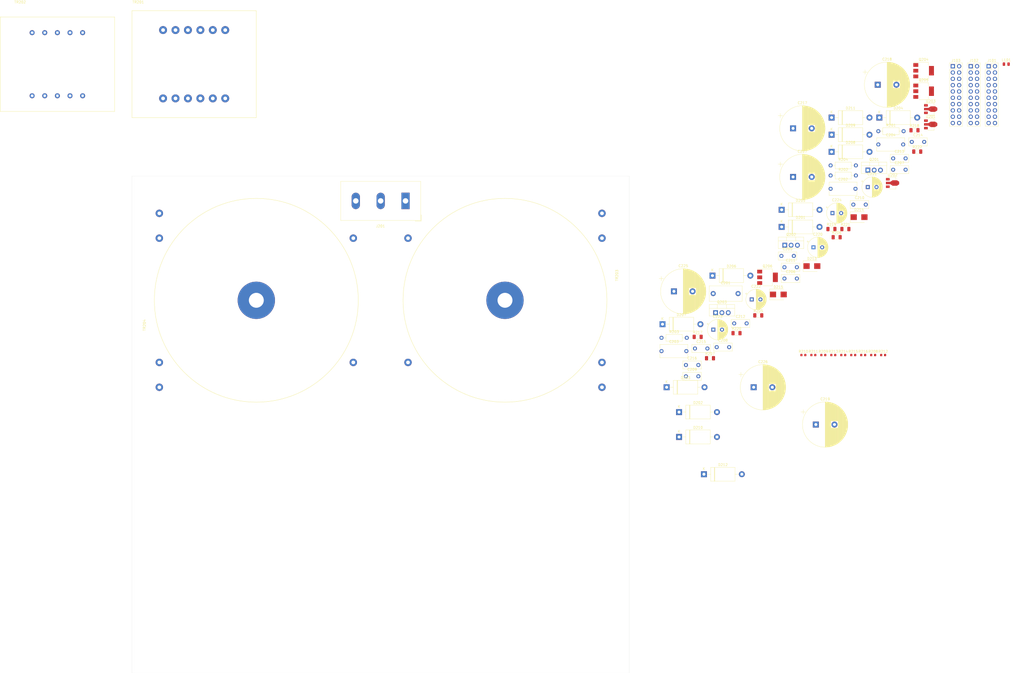
<source format=kicad_pcb>
(kicad_pcb (version 20171130) (host pcbnew "(5.1.4-0-10_14)")
  (layers (0 F.Cu signal) (31 B.Cu signal) (34 B.Paste user) (35 F.Paste user) (36 B.SilkS user) (37 F.SilkS user) (38 B.Mask user) (39 F.Mask user) (44 Edge.Cuts user))
  (net 0 "")
  (net 1 GND)
  (net 2 "Net-(C201-Pad1)")
  (net 3 "Net-(C202-Pad2)")
  (net 4 "Net-(C202-Pad1)")
  (net 5 "Net-(C203-Pad2)")
  (net 6 "Net-(C203-Pad1)")
  (net 7 "Net-(C204-Pad2)")
  (net 8 "Net-(C204-Pad1)")
  (net 9 "Net-(C205-Pad1)")
  (net 10 "Net-(C206-Pad2)")
  (net 11 "Net-(C207-Pad1)")
  (net 12 "Net-(C210-Pad2)")
  (net 13 "Net-(C211-Pad2)")
  (net 14 "Net-(C213-Pad2)")
  (net 15 "Net-(C215-Pad2)")
  (net 16 "Net-(C220-Pad1)")
  (net 17 "Net-(C221-Pad2)")
  (net 18 "Net-(C222-Pad1)")
  (net 19 "Net-(C223-Pad1)")
  (net 20 "Net-(C224-Pad2)")
  (net 21 "/Power Supply/+5V")
  (net 22 "/Power Supply/+15V")
  (net 23 "/Power Supply/-15V")
  (net 24 /SPDIF2)
  (net 25 /+5V)
  (net 26 /SPDIF1)
  (net 27 /DATA2)
  (net 28 /LRCK2)
  (net 29 /BCK2)
  (net 30 "Net-(J101-Pad10)")
  (net 31 /DATA1)
  (net 32 /LRCK1)
  (net 33 /BCK)
  (net 34 /SCK1)
  (net 35 /~DACL_RST~)
  (net 36 /~DACL_CS~)
  (net 37 /SCLK)
  (net 38 /MISO)
  (net 39 /MOSI)
  (net 40 /DACL_BCK)
  (net 41 /DACL_DATA)
  (net 42 /DACL_LRCK)
  (net 43 /DACL_SCK)
  (net 44 /~DACR_RST~)
  (net 45 /~DACR_CS~)
  (net 46 /DACR_BCK)
  (net 47 /DACR_DATA)
  (net 48 /DACR_LRCK)
  (net 49 /DACR_SCK)
  (net 50 "Net-(J201-Pad3)")
  (net 51 "Net-(J201-Pad2)")
  (net 52 "Net-(J201-Pad1)")
  (net 53 "Net-(L101-Pad2)")
  (net 54 "Net-(L101-Pad1)")
  (net 55 "Net-(Q201-Pad1)")
  (net 56 "Net-(Q202-Pad1)")
  (net 57 "Net-(Q203-Pad1)")
  (net 58 "Net-(R205-Pad1)")
  (net 59 "Net-(R208-Pad2)")
  (net 60 "Net-(R210-Pad1)")
  (net 61 "Net-(R212-Pad2)")
  (net 62 "Net-(TR201-Pad11)")
  (net 63 "Net-(TR201-Pad8)")
  (net 64 "Net-(TR201-Pad6)")
  (net 65 "Net-(TR201-Pad1)")
  (net 66 "Net-(TR202-Pad9)")
  (net 67 "Net-(TR202-Pad7)")
  (net 68 "Net-(TR202-Pad5)")
  (net 69 "Net-(TR202-Pad1)")
  (net 70 "Net-(TR204-Pad4)")
  (net 71 "Net-(TR204-Pad3)")
  (module Package_TO_SOT_SMD:SOT-89-3 (layer F.Cu) (at 220.751 -126.945)
    (fp_text reference U203 (at 0.45 -3.2) (layer F.SilkS))
    (fp_text value TL431PK)
    (pad 2 smd trapezoid (at -0.0762 0 90) (size 1.5 1) (rect_delta 0 0.7) (layers F.Cu F.Paste F.Mask) (net 10 "Net-(C206-Pad2)"))
    (pad 2 smd rect (at 1.3335 0 270) (size 2.2 1.84) (layers F.Cu F.Paste F.Mask) (net 10 "Net-(C206-Pad2)"))
    (pad 3 smd rect (at -1.48 1.5 270) (size 1 1.5) (layers F.Cu F.Paste F.Mask) (net 58 "Net-(R205-Pad1)"))
    (pad 2 smd rect (at -1.3335 0 270) (size 1 1.8) (layers F.Cu F.Paste F.Mask) (net 10 "Net-(C206-Pad2)"))
    (pad 1 smd rect (at -1.48 -1.5 270) (size 1 1.5) (layers F.Cu F.Paste F.Mask) (net 61 "Net-(R212-Pad2)"))
    (pad 2 smd trapezoid (at 2.667 0 270) (size 1.6 0.85) (rect_delta 0 0.6) (layers F.Cu F.Paste F.Mask) (net 10 "Net-(C206-Pad2)"))
  )
  (module Package_TO_SOT_SMD:SOT-89-3 (layer F.Cu) (at 205.421 -97.205)
    (fp_text reference U202 (at 0.45 -3.2) (layer F.SilkS))
    (fp_text value TL431PK)
    (pad 2 smd trapezoid (at -0.0762 0 90) (size 1.5 1) (rect_delta 0 0.7) (layers F.Cu F.Paste F.Mask) (net 17 "Net-(C221-Pad2)"))
    (pad 2 smd rect (at 1.3335 0 270) (size 2.2 1.84) (layers F.Cu F.Paste F.Mask) (net 17 "Net-(C221-Pad2)"))
    (pad 3 smd rect (at -1.48 1.5 270) (size 1 1.5) (layers F.Cu F.Paste F.Mask) (net 1 GND))
    (pad 2 smd rect (at -1.3335 0 270) (size 1 1.8) (layers F.Cu F.Paste F.Mask) (net 17 "Net-(C221-Pad2)"))
    (pad 1 smd rect (at -1.48 -1.5 270) (size 1 1.5) (layers F.Cu F.Paste F.Mask) (net 60 "Net-(R210-Pad1)"))
    (pad 2 smd trapezoid (at 2.667 0 270) (size 1.6 0.85) (rect_delta 0 0.6) (layers F.Cu F.Paste F.Mask) (net 17 "Net-(C221-Pad2)"))
  )
  (module Package_TO_SOT_SMD:SOT-89-3 (layer F.Cu) (at 220.751 -120.795)
    (fp_text reference U201 (at 0.45 -3.2) (layer F.SilkS))
    (fp_text value TL431PK)
    (pad 2 smd trapezoid (at -0.0762 0 90) (size 1.5 1) (rect_delta 0 0.7) (layers F.Cu F.Paste F.Mask) (net 1 GND))
    (pad 2 smd rect (at 1.3335 0 270) (size 2.2 1.84) (layers F.Cu F.Paste F.Mask) (net 1 GND))
    (pad 3 smd rect (at -1.48 1.5 270) (size 1 1.5) (layers F.Cu F.Paste F.Mask) (net 16 "Net-(C220-Pad1)"))
    (pad 2 smd rect (at -1.3335 0 270) (size 1 1.8) (layers F.Cu F.Paste F.Mask) (net 1 GND))
    (pad 1 smd rect (at -1.48 -1.5 270) (size 1 1.5) (layers F.Cu F.Paste F.Mask) (net 59 "Net-(R208-Pad2)"))
    (pad 2 smd trapezoid (at 2.667 0 270) (size 1.6 0.85) (rect_delta 0 0.6) (layers F.Cu F.Paste F.Mask) (net 1 GND))
  )
  (module Zmei_Footprints:TRAF_TOROID_50VA (layer F.Cu) (at -50 -50 90)
    (fp_text reference TR204 (at -10 -45 90) (layer F.SilkS))
    (fp_text value "Indel 300020-001 - 8V/2.5A")
    (pad 6 thru_hole circle (at -35 -39 90) (size 3 3) (drill 1.5) (layers *.Cu *.Mask) (net 13 "Net-(C211-Pad2)"))
    (pad 5 thru_hole circle (at -25 -39 90) (size 3 3) (drill 1.5) (layers *.Cu *.Mask) (net 3 "Net-(C202-Pad2)"))
    (pad 4 thru_hole circle (at 35 -39 90) (size 3 3) (drill 1.5) (layers *.Cu *.Mask) (net 70 "Net-(TR204-Pad4)"))
    (pad 3 thru_hole circle (at 25 -39 90) (size 3 3) (drill 1.5) (layers *.Cu *.Mask) (net 71 "Net-(TR204-Pad3)"))
    (pad 2 thru_hole circle (at 25 39 90) (size 3 3) (drill 1.5) (layers *.Cu *.Mask) (net 50 "Net-(J201-Pad3)"))
    (pad 1 thru_hole circle (at -25 39 90) (size 3 3) (drill 1.5) (layers *.Cu *.Mask) (net 52 "Net-(J201-Pad1)"))
    (pad 0 thru_hole circle (at 0 0 90) (size 15 15) (drill 6) (layers *.Cu *.Mask))
  )
  (module Zmei_Footprints:TRAF_TOROID_50VA (layer F.Cu) (at 50 -50 270)
    (fp_text reference TR203 (at -10 -45 90) (layer F.SilkS))
    (fp_text value "Indel 300050-029 - 2x15V/1.67A")
    (pad 6 thru_hole circle (at -35 -39 270) (size 3 3) (drill 1.5) (layers *.Cu *.Mask) (net 14 "Net-(C213-Pad2)"))
    (pad 5 thru_hole circle (at -25 -39 270) (size 3 3) (drill 1.5) (layers *.Cu *.Mask) (net 5 "Net-(C203-Pad2)"))
    (pad 4 thru_hole circle (at 35 -39 270) (size 3 3) (drill 1.5) (layers *.Cu *.Mask) (net 15 "Net-(C215-Pad2)"))
    (pad 3 thru_hole circle (at 25 -39 270) (size 3 3) (drill 1.5) (layers *.Cu *.Mask) (net 7 "Net-(C204-Pad2)"))
    (pad 2 thru_hole circle (at 25 39 270) (size 3 3) (drill 1.5) (layers *.Cu *.Mask) (net 50 "Net-(J201-Pad3)"))
    (pad 1 thru_hole circle (at -25 39 270) (size 3 3) (drill 1.5) (layers *.Cu *.Mask) (net 52 "Net-(J201-Pad1)"))
    (pad 0 thru_hole circle (at 0 0 270) (size 15 15) (drill 6) (layers *.Cu *.Mask))
  )
  (module Zmei_Footprints:TRAF_ANG6VA (layer F.Cu) (at -130 -145)
    (fp_text reference TR202 (at -15 -25) (layer F.SilkS))
    (fp_text value ANG_6VA)
    (pad 10 thru_hole circle (at -10.16 12.7) (size 2 2) (drill 1) (layers *.Cu *.Mask))
    (pad 9 thru_hole circle (at -5.08 12.7) (size 2 2) (drill 1) (layers *.Cu *.Mask) (net 66 "Net-(TR202-Pad9)"))
    (pad 8 thru_hole circle (at 0 12.7) (size 2 2) (drill 1) (layers *.Cu *.Mask))
    (pad 7 thru_hole circle (at 5.08 12.7) (size 2 2) (drill 1) (layers *.Cu *.Mask) (net 67 "Net-(TR202-Pad7)"))
    (pad 6 thru_hole circle (at 10.16 12.7) (size 2 2) (drill 1) (layers *.Cu *.Mask))
    (pad 5 thru_hole circle (at 10.16 -12.7) (size 2 2) (drill 1) (layers *.Cu *.Mask) (net 68 "Net-(TR202-Pad5)"))
    (pad 4 thru_hole circle (at 5.08 -12.7) (size 2 2) (drill 1) (layers *.Cu *.Mask))
    (pad 3 thru_hole circle (at 0 -12.7) (size 2 2) (drill 1) (layers *.Cu *.Mask))
    (pad 2 thru_hole circle (at -5.08 -12.7) (size 2 2) (drill 1) (layers *.Cu *.Mask))
    (pad 1 thru_hole circle (at -10.16 -12.7) (size 2 2) (drill 1) (layers *.Cu *.Mask) (net 69 "Net-(TR202-Pad1)"))
  )
  (module Zmei_Footprints:TRAF_BULTRAF10VA (layer F.Cu) (at -75 -145)
    (fp_text reference TR201 (at -22.5 -25) (layer F.SilkS))
    (fp_text value TRAF_BULTRAF10VA_SINGLE)
    (pad 12 thru_hole circle (at 12.5 13.75) (size 3.2 3.2) (drill 1.5) (layers *.Cu *.Mask))
    (pad 11 thru_hole circle (at 7.5 13.75) (size 3.2 3.2) (drill 1.5) (layers *.Cu *.Mask) (net 62 "Net-(TR201-Pad11)"))
    (pad 10 thru_hole circle (at 2.5 13.75) (size 3.2 3.2) (drill 1.5) (layers *.Cu *.Mask))
    (pad 9 thru_hole circle (at -2.5 13.75) (size 3.2 3.2) (drill 1.5) (layers *.Cu *.Mask))
    (pad 8 thru_hole circle (at -7.5 13.75) (size 3.2 3.2) (drill 1.5) (layers *.Cu *.Mask) (net 63 "Net-(TR201-Pad8)"))
    (pad 7 thru_hole circle (at -12.5 13.75) (size 3.2 3.2) (drill 1.5) (layers *.Cu *.Mask))
    (pad 6 thru_hole circle (at -12.5 -13.75) (size 3.2 3.2) (drill 1.5) (layers *.Cu *.Mask) (net 64 "Net-(TR201-Pad6)"))
    (pad 5 thru_hole circle (at -7.5 -13.75) (size 3.2 3.2) (drill 1.5) (layers *.Cu *.Mask))
    (pad 4 thru_hole circle (at -2.5 -13.75) (size 3.2 3.2) (drill 1.5) (layers *.Cu *.Mask))
    (pad 3 thru_hole circle (at 2.5 -13.75) (size 3.2 3.2) (drill 1.5) (layers *.Cu *.Mask))
    (pad 2 thru_hole circle (at 7.5 -13.75) (size 3.2 3.2) (drill 1.5) (layers *.Cu *.Mask))
    (pad 1 thru_hole circle (at 12.5 -13.75) (size 3.2 3.2) (drill 1.5) (layers *.Cu *.Mask) (net 65 "Net-(TR201-Pad1)"))
  )
  (module Resistor_SMD:R_1206_3216Metric (layer F.Cu) (at 215.781 -109.835)
    (fp_text reference R222 (at 0 -1.82) (layer F.SilkS))
    (fp_text value 10k)
    (pad 2 smd roundrect (at 1.4 0) (size 1.25 1.75) (layers F.Cu F.Paste F.Mask) (roundrect_rratio 0.2) (net 20 "Net-(C224-Pad2)"))
    (pad 1 smd roundrect (at -1.4 0) (size 1.25 1.75) (layers F.Cu F.Paste F.Mask) (roundrect_rratio 0.2) (net 1 GND))
  )
  (module Resistor_SMD:R_1206_3216Metric (layer F.Cu) (at 186.881 -78.675)
    (fp_text reference R221 (at 0 -1.82) (layer F.SilkS))
    (fp_text value 10k)
    (pad 2 smd roundrect (at 1.4 0) (size 1.25 1.75) (layers F.Cu F.Paste F.Mask) (roundrect_rratio 0.2) (net 19 "Net-(C223-Pad1)"))
    (pad 1 smd roundrect (at -1.4 0) (size 1.25 1.75) (layers F.Cu F.Paste F.Mask) (roundrect_rratio 0.2) (net 1 GND))
  )
  (module Resistor_SMD:R_1206_3216Metric (layer F.Cu) (at 143.101 -36.775)
    (fp_text reference R220 (at 0 -1.82) (layer F.SilkS))
    (fp_text value 3.3k)
    (pad 2 smd roundrect (at 1.4 0) (size 1.25 1.75) (layers F.Cu F.Paste F.Mask) (roundrect_rratio 0.2) (net 18 "Net-(C222-Pad1)"))
    (pad 1 smd roundrect (at -1.4 0) (size 1.25 1.75) (layers F.Cu F.Paste F.Mask) (roundrect_rratio 0.2) (net 10 "Net-(C206-Pad2)"))
  )
  (module Resistor_SMD:R_1206_3216Metric (layer F.Cu) (at 181.271 -78.675)
    (fp_text reference R219 (at 0 -1.82) (layer F.SilkS))
    (fp_text value 1k)
    (pad 2 smd roundrect (at 1.4 0) (size 1.25 1.75) (layers F.Cu F.Paste F.Mask) (roundrect_rratio 0.2) (net 17 "Net-(C221-Pad2)"))
    (pad 1 smd roundrect (at -1.4 0) (size 1.25 1.75) (layers F.Cu F.Paste F.Mask) (roundrect_rratio 0.2) (net 20 "Net-(C224-Pad2)"))
  )
  (module Resistor_SMD:R_1206_3216Metric (layer F.Cu) (at 214.671 -118.435)
    (fp_text reference R218 (at 0 -1.82) (layer F.SilkS))
    (fp_text value 1k)
    (pad 2 smd roundrect (at 1.4 0) (size 1.25 1.75) (layers F.Cu F.Paste F.Mask) (roundrect_rratio 0.2) (net 16 "Net-(C220-Pad1)"))
    (pad 1 smd roundrect (at -1.4 0) (size 1.25 1.75) (layers F.Cu F.Paste F.Mask) (roundrect_rratio 0.2) (net 19 "Net-(C223-Pad1)"))
  )
  (module Resistor_SMD:R_1206_3216Metric (layer F.Cu) (at 127.481 -35.285)
    (fp_text reference R217 (at 0 -1.82) (layer F.SilkS))
    (fp_text value 330)
    (pad 2 smd roundrect (at 1.4 0) (size 1.25 1.75) (layers F.Cu F.Paste F.Mask) (roundrect_rratio 0.2) (net 58 "Net-(R205-Pad1)"))
    (pad 1 smd roundrect (at -1.4 0) (size 1.25 1.75) (layers F.Cu F.Paste F.Mask) (roundrect_rratio 0.2) (net 18 "Net-(C222-Pad1)"))
  )
  (module Resistor_SMD:R_0603_1608Metric (layer F.Cu) (at 194.041 -27.965)
    (fp_text reference R216 (at 0 -1.43) (layer F.SilkS))
    (fp_text value 1k)
    (pad 2 smd roundrect (at 0.7875 0) (size 0.875 0.95) (layers F.Cu F.Paste F.Mask) (net 12 "Net-(C210-Pad2)"))
    (pad 1 smd roundrect (at -0.7875 0) (size 0.875 0.95) (layers F.Cu F.Paste F.Mask) (net 57 "Net-(Q203-Pad1)"))
  )
  (module Resistor_SMD:R_0603_1608Metric (layer F.Cu) (at 190.031 -27.965)
    (fp_text reference R215 (at 0 -1.43) (layer F.SilkS))
    (fp_text value 1k)
    (pad 2 smd roundrect (at 0.7875 0) (size 0.875 0.95) (layers F.Cu F.Paste F.Mask) (net 11 "Net-(C207-Pad1)"))
    (pad 1 smd roundrect (at -0.7875 0) (size 0.875 0.95) (layers F.Cu F.Paste F.Mask) (net 56 "Net-(Q202-Pad1)"))
  )
  (module Resistor_SMD:R_0603_1608Metric (layer F.Cu) (at 186.021 -27.965)
    (fp_text reference R214 (at 0 -1.43) (layer F.SilkS))
    (fp_text value 1k)
    (pad 2 smd roundrect (at 0.7875 0) (size 0.875 0.95) (layers F.Cu F.Paste F.Mask) (net 9 "Net-(C205-Pad1)"))
    (pad 1 smd roundrect (at -0.7875 0) (size 0.875 0.95) (layers F.Cu F.Paste F.Mask) (net 55 "Net-(Q201-Pad1)"))
  )
  (module Resistor_SMD:R_0603_1608Metric (layer F.Cu) (at 182.011 -27.965)
    (fp_text reference R213 (at 0 -1.43) (layer F.SilkS))
    (fp_text value 1k/1%)
    (pad 2 smd roundrect (at 0.7875 0) (size 0.875 0.95) (layers F.Cu F.Paste F.Mask) (net 10 "Net-(C206-Pad2)"))
    (pad 1 smd roundrect (at -0.7875 0) (size 0.875 0.95) (layers F.Cu F.Paste F.Mask) (net 61 "Net-(R212-Pad2)"))
  )
  (module Resistor_SMD:R_0603_1608Metric (layer F.Cu) (at 202.061 -27.965)
    (fp_text reference R212 (at 0 -1.43) (layer F.SilkS))
    (fp_text value 1.3k/1%)
    (pad 2 smd roundrect (at 0.7875 0) (size 0.875 0.95) (layers F.Cu F.Paste F.Mask) (net 61 "Net-(R212-Pad2)"))
    (pad 1 smd roundrect (at -0.7875 0) (size 0.875 0.95) (layers F.Cu F.Paste F.Mask) (net 58 "Net-(R205-Pad1)"))
  )
  (module Resistor_SMD:R_0603_1608Metric (layer F.Cu) (at 173.991 -27.965)
    (fp_text reference R211 (at 0 -1.43) (layer F.SilkS))
    (fp_text value 820/1%)
    (pad 2 smd roundrect (at 0.7875 0) (size 0.875 0.95) (layers F.Cu F.Paste F.Mask) (net 60 "Net-(R210-Pad1)"))
    (pad 1 smd roundrect (at -0.7875 0) (size 0.875 0.95) (layers F.Cu F.Paste F.Mask) (net 17 "Net-(C221-Pad2)"))
  )
  (module Resistor_SMD:R_0603_1608Metric (layer F.Cu) (at 169.981 -27.965)
    (fp_text reference R210 (at 0 -1.43) (layer F.SilkS))
    (fp_text value 4.3k/1%)
    (pad 2 smd roundrect (at 0.7875 0) (size 0.875 0.95) (layers F.Cu F.Paste F.Mask) (net 1 GND))
    (pad 1 smd roundrect (at -0.7875 0) (size 0.875 0.95) (layers F.Cu F.Paste F.Mask) (net 60 "Net-(R210-Pad1)"))
  )
  (module Resistor_SMD:R_0603_1608Metric (layer F.Cu) (at 178.001 -27.965)
    (fp_text reference R209 (at 0 -1.43) (layer F.SilkS))
    (fp_text value 820/1%)
    (pad 2 smd roundrect (at 0.7875 0) (size 0.875 0.95) (layers F.Cu F.Paste F.Mask) (net 1 GND))
    (pad 1 smd roundrect (at -0.7875 0) (size 0.875 0.95) (layers F.Cu F.Paste F.Mask) (net 59 "Net-(R208-Pad2)"))
  )
  (module Resistor_SMD:R_0603_1608Metric (layer F.Cu) (at 198.051 -27.965)
    (fp_text reference R208 (at 0 -1.43) (layer F.SilkS))
    (fp_text value 4.3k/1%)
    (pad 2 smd roundrect (at 0.7875 0) (size 0.875 0.95) (layers F.Cu F.Paste F.Mask) (net 59 "Net-(R208-Pad2)"))
    (pad 1 smd roundrect (at -0.7875 0) (size 0.875 0.95) (layers F.Cu F.Paste F.Mask) (net 16 "Net-(C220-Pad1)"))
  )
  (module Resistor_SMD:R_1206_3216Metric (layer F.Cu) (at 132.441 -26.685)
    (fp_text reference R207 (at 0 -1.82) (layer F.SilkS))
    (fp_text value 1k)
    (pad 2 smd roundrect (at 1.4 0) (size 1.25 1.75) (layers F.Cu F.Paste F.Mask) (roundrect_rratio 0.2) (net 12 "Net-(C210-Pad2)"))
    (pad 1 smd roundrect (at -1.4 0) (size 1.25 1.75) (layers F.Cu F.Paste F.Mask) (roundrect_rratio 0.2) (net 17 "Net-(C221-Pad2)"))
  )
  (module Resistor_SMD:R_1206_3216Metric (layer F.Cu) (at 183.371 -75.385)
    (fp_text reference R206 (at 0 -1.82) (layer F.SilkS))
    (fp_text value 1k)
    (pad 2 smd roundrect (at 1.4 0) (size 1.25 1.75) (layers F.Cu F.Paste F.Mask) (roundrect_rratio 0.2) (net 11 "Net-(C207-Pad1)"))
    (pad 1 smd roundrect (at -1.4 0) (size 1.25 1.75) (layers F.Cu F.Paste F.Mask) (roundrect_rratio 0.2) (net 16 "Net-(C220-Pad1)"))
  )
  (module Resistor_SMD:R_1206_3216Metric (layer F.Cu) (at 151.851 -43.925)
    (fp_text reference R205 (at 0 -1.82) (layer F.SilkS))
    (fp_text value 330)
    (pad 2 smd roundrect (at 1.4 0) (size 1.25 1.75) (layers F.Cu F.Paste F.Mask) (roundrect_rratio 0.2) (net 9 "Net-(C205-Pad1)"))
    (pad 1 smd roundrect (at -1.4 0) (size 1.25 1.75) (layers F.Cu F.Paste F.Mask) (roundrect_rratio 0.2) (net 58 "Net-(R205-Pad1)"))
  )
  (module Resistor_THT:R_Axial_DIN0207_L6.3mm_D2.5mm_P10.16mm_Horizontal (layer F.Cu) (at 180.941 -104.275)
    (fp_text reference R204 (at 5.08 -2.37) (layer F.SilkS))
    (fp_text value R)
    (pad 2 thru_hole oval (at 10.16 0) (size 1.6 1.6) (drill 0.8) (layers *.Cu *.Mask) (net 8 "Net-(C204-Pad1)"))
    (pad 1 thru_hole circle (at 0 0) (size 1.6 1.6) (drill 0.8) (layers *.Cu *.Mask) (net 15 "Net-(C215-Pad2)"))
  )
  (module Resistor_THT:R_Axial_DIN0207_L6.3mm_D2.5mm_P10.16mm_Horizontal (layer F.Cu) (at 112.941 -34.905)
    (fp_text reference R203 (at 5.08 -2.37) (layer F.SilkS))
    (fp_text value R)
    (pad 2 thru_hole oval (at 10.16 0) (size 1.6 1.6) (drill 0.8) (layers *.Cu *.Mask) (net 6 "Net-(C203-Pad1)"))
    (pad 1 thru_hole circle (at 0 0) (size 1.6 1.6) (drill 0.8) (layers *.Cu *.Mask) (net 14 "Net-(C213-Pad2)"))
  )
  (module Resistor_THT:R_Axial_DIN0207_L6.3mm_D2.5mm_P10.16mm_Horizontal (layer F.Cu) (at 180.941 -100.225)
    (fp_text reference R202 (at 5.08 -2.37) (layer F.SilkS))
    (fp_text value R)
    (pad 2 thru_hole oval (at 10.16 0) (size 1.6 1.6) (drill 0.8) (layers *.Cu *.Mask) (net 4 "Net-(C202-Pad1)"))
    (pad 1 thru_hole circle (at 0 0) (size 1.6 1.6) (drill 0.8) (layers *.Cu *.Mask) (net 13 "Net-(C211-Pad2)"))
  )
  (module Resistor_THT:R_Axial_DIN0207_L6.3mm_D2.5mm_P10.16mm_Horizontal (layer F.Cu) (at 200.131 -118.055)
    (fp_text reference R201 (at 5.08 -2.37) (layer F.SilkS))
    (fp_text value R)
    (pad 2 thru_hole oval (at 10.16 0) (size 1.6 1.6) (drill 0.8) (layers *.Cu *.Mask) (net 2 "Net-(C201-Pad1)"))
    (pad 1 thru_hole circle (at 0 0) (size 1.6 1.6) (drill 0.8) (layers *.Cu *.Mask) (net 51 "Net-(J201-Pad2)"))
  )
  (module Package_TO_SOT_SMD:SOT-223 (layer F.Cu) (at 155.571 -59.245)
    (fp_text reference Q206 (at 0 -4.5) (layer F.SilkS))
    (fp_text value BCP53)
    (pad 1 smd rect (at -3.15 -2.3) (size 2 1.5) (layers F.Cu F.Paste F.Mask) (net 20 "Net-(C224-Pad2)"))
    (pad 3 smd rect (at -3.15 2.3) (size 2 1.5) (layers F.Cu F.Paste F.Mask) (net 23 "/Power Supply/-15V"))
    (pad 2 smd rect (at -3.15 0) (size 2 1.5) (layers F.Cu F.Paste F.Mask) (net 57 "Net-(Q203-Pad1)"))
    (pad 4 smd rect (at 3.15 0) (size 2 3.8) (layers F.Cu F.Paste F.Mask) (net 57 "Net-(Q203-Pad1)"))
  )
  (module Package_TO_SOT_SMD:SOT-223 (layer F.Cu) (at 218.341 -134.145)
    (fp_text reference Q205 (at 0 -4.5) (layer F.SilkS))
    (fp_text value BCP56)
    (pad 1 smd rect (at -3.15 -2.3) (size 2 1.5) (layers F.Cu F.Paste F.Mask) (net 19 "Net-(C223-Pad1)"))
    (pad 3 smd rect (at -3.15 2.3) (size 2 1.5) (layers F.Cu F.Paste F.Mask) (net 22 "/Power Supply/+15V"))
    (pad 2 smd rect (at -3.15 0) (size 2 1.5) (layers F.Cu F.Paste F.Mask) (net 56 "Net-(Q202-Pad1)"))
    (pad 4 smd rect (at 3.15 0) (size 2 3.8) (layers F.Cu F.Paste F.Mask) (net 56 "Net-(Q202-Pad1)"))
  )
  (module Package_TO_SOT_SMD:SOT-223 (layer F.Cu) (at 218.341 -142.395)
    (fp_text reference Q204 (at 0 -4.5) (layer F.SilkS))
    (fp_text value BCP56)
    (pad 1 smd rect (at -3.15 -2.3) (size 2 1.5) (layers F.Cu F.Paste F.Mask) (net 18 "Net-(C222-Pad1)"))
    (pad 3 smd rect (at -3.15 2.3) (size 2 1.5) (layers F.Cu F.Paste F.Mask) (net 21 "/Power Supply/+5V"))
    (pad 2 smd rect (at -3.15 0) (size 2 1.5) (layers F.Cu F.Paste F.Mask) (net 55 "Net-(Q201-Pad1)"))
    (pad 4 smd rect (at 3.15 0) (size 2 3.8) (layers F.Cu F.Paste F.Mask) (net 55 "Net-(Q201-Pad1)"))
  )
  (module Package_TO_SOT_THT:TO-220-3_Vertical (layer F.Cu) (at 134.691 -45.005)
    (fp_text reference Q203 (at 2.54 -4.27) (layer F.SilkS))
    (fp_text value TIP41C)
    (pad 3 thru_hole oval (at 5.08 0) (size 1.905 2) (drill 1.1) (layers *.Cu *.Mask) (net 12 "Net-(C210-Pad2)"))
    (pad 2 thru_hole oval (at 2.54 0) (size 1.905 2) (drill 1.1) (layers *.Cu *.Mask) (net 23 "/Power Supply/-15V"))
    (pad 1 thru_hole rect (at 0 0) (size 1.905 2) (drill 1.1) (layers *.Cu *.Mask) (net 57 "Net-(Q203-Pad1)"))
  )
  (module Package_TO_SOT_THT:TO-220-3_Vertical (layer F.Cu) (at 162.511 -72.165)
    (fp_text reference Q202 (at 2.54 -4.27) (layer F.SilkS))
    (fp_text value TIP42C)
    (pad 3 thru_hole oval (at 5.08 0) (size 1.905 2) (drill 1.1) (layers *.Cu *.Mask) (net 11 "Net-(C207-Pad1)"))
    (pad 2 thru_hole oval (at 2.54 0) (size 1.905 2) (drill 1.1) (layers *.Cu *.Mask) (net 22 "/Power Supply/+15V"))
    (pad 1 thru_hole rect (at 0 0) (size 1.905 2) (drill 1.1) (layers *.Cu *.Mask) (net 56 "Net-(Q202-Pad1)"))
  )
  (module Package_TO_SOT_THT:TO-220-3_Vertical (layer F.Cu) (at 195.911 -102.375)
    (fp_text reference Q201 (at 2.54 -4.27) (layer F.SilkS))
    (fp_text value TIP42C)
    (pad 3 thru_hole oval (at 5.08 0) (size 1.905 2) (drill 1.1) (layers *.Cu *.Mask) (net 9 "Net-(C205-Pad1)"))
    (pad 2 thru_hole oval (at 2.54 0) (size 1.905 2) (drill 1.1) (layers *.Cu *.Mask) (net 21 "/Power Supply/+5V"))
    (pad 1 thru_hole rect (at 0 0) (size 1.905 2) (drill 1.1) (layers *.Cu *.Mask) (net 55 "Net-(Q201-Pad1)"))
  )
  (module Inductor_SMD:L_0805_2012Metric (layer F.Cu) (at 251.571 -145.045)
    (fp_text reference L101 (at 0 -1.65) (layer F.SilkS))
    (fp_text value "100 Ohm@100MHz")
    (pad 2 smd roundrect (at 0.9375 0) (size 0.975 1.4) (layers F.Cu F.Paste F.Mask) (net 53 "Net-(L101-Pad2)"))
    (pad 1 smd roundrect (at -0.9375 0) (size 0.975 1.4) (layers F.Cu F.Paste F.Mask) (net 54 "Net-(L101-Pad1)"))
  )
  (module TerminalBlock_Dinkle:TerminalBlock_Dinkle_DT-55-B01X-03_P10.00mm (layer F.Cu) (at 10 -90 180)
    (fp_text reference J201 (at 10.08 -10.16) (layer F.SilkS))
    (fp_text value Conn_01x03)
    (pad 3 thru_hole oval (at 20 0 180) (size 3.3 6.6) (drill 2.2) (layers *.Cu *.Mask) (net 50 "Net-(J201-Pad3)"))
    (pad 2 thru_hole oval (at 10 0 180) (size 3.3 6.6) (drill 2.2) (layers *.Cu *.Mask) (net 51 "Net-(J201-Pad2)"))
    (pad 1 thru_hole rect (at 0 0 180) (size 3.3 6.6) (drill 2.2) (layers *.Cu *.Mask) (net 52 "Net-(J201-Pad1)"))
  )
  (module Connector_PinHeader_2.54mm:PinHeader_2x10_P2.54mm_Vertical (layer F.Cu) (at 230.091 -144.195)
    (fp_text reference J103 (at 1.27 -2.33) (layer F.SilkS))
    (fp_text value HN2x10)
    (pad 20 thru_hole oval (at 2.54 22.86) (size 1.7 1.7) (drill 1) (layers *.Cu *.Mask) (net 44 /~DACR_RST~))
    (pad 19 thru_hole oval (at 0 22.86) (size 1.7 1.7) (drill 1) (layers *.Cu *.Mask) (net 1 GND))
    (pad 18 thru_hole oval (at 2.54 20.32) (size 1.7 1.7) (drill 1) (layers *.Cu *.Mask) (net 45 /~DACR_CS~))
    (pad 17 thru_hole oval (at 0 20.32) (size 1.7 1.7) (drill 1) (layers *.Cu *.Mask) (net 1 GND))
    (pad 16 thru_hole oval (at 2.54 17.78) (size 1.7 1.7) (drill 1) (layers *.Cu *.Mask) (net 37 /SCLK))
    (pad 15 thru_hole oval (at 0 17.78) (size 1.7 1.7) (drill 1) (layers *.Cu *.Mask) (net 1 GND))
    (pad 14 thru_hole oval (at 2.54 15.24) (size 1.7 1.7) (drill 1) (layers *.Cu *.Mask) (net 38 /MISO))
    (pad 13 thru_hole oval (at 0 15.24) (size 1.7 1.7) (drill 1) (layers *.Cu *.Mask) (net 1 GND))
    (pad 12 thru_hole oval (at 2.54 12.7) (size 1.7 1.7) (drill 1) (layers *.Cu *.Mask) (net 39 /MOSI))
    (pad 11 thru_hole oval (at 0 12.7) (size 1.7 1.7) (drill 1) (layers *.Cu *.Mask) (net 1 GND))
    (pad 10 thru_hole oval (at 2.54 10.16) (size 1.7 1.7) (drill 1) (layers *.Cu *.Mask) (net 46 /DACR_BCK))
    (pad 9 thru_hole oval (at 0 10.16) (size 1.7 1.7) (drill 1) (layers *.Cu *.Mask) (net 1 GND))
    (pad 8 thru_hole oval (at 2.54 7.62) (size 1.7 1.7) (drill 1) (layers *.Cu *.Mask) (net 47 /DACR_DATA))
    (pad 7 thru_hole oval (at 0 7.62) (size 1.7 1.7) (drill 1) (layers *.Cu *.Mask) (net 1 GND))
    (pad 6 thru_hole oval (at 2.54 5.08) (size 1.7 1.7) (drill 1) (layers *.Cu *.Mask) (net 48 /DACR_LRCK))
    (pad 5 thru_hole oval (at 0 5.08) (size 1.7 1.7) (drill 1) (layers *.Cu *.Mask) (net 1 GND))
    (pad 4 thru_hole oval (at 2.54 2.54) (size 1.7 1.7) (drill 1) (layers *.Cu *.Mask) (net 1 GND))
    (pad 3 thru_hole oval (at 0 2.54) (size 1.7 1.7) (drill 1) (layers *.Cu *.Mask) (net 1 GND))
    (pad 2 thru_hole oval (at 2.54 0) (size 1.7 1.7) (drill 1) (layers *.Cu *.Mask) (net 49 /DACR_SCK))
    (pad 1 thru_hole rect (at 0 0) (size 1.7 1.7) (drill 1) (layers *.Cu *.Mask) (net 1 GND))
  )
  (module Connector_PinHeader_2.54mm:PinHeader_2x10_P2.54mm_Vertical (layer F.Cu) (at 237.291 -144.195)
    (fp_text reference J102 (at 1.27 -2.33) (layer F.SilkS))
    (fp_text value HN2x10)
    (pad 20 thru_hole oval (at 2.54 22.86) (size 1.7 1.7) (drill 1) (layers *.Cu *.Mask) (net 35 /~DACL_RST~))
    (pad 19 thru_hole oval (at 0 22.86) (size 1.7 1.7) (drill 1) (layers *.Cu *.Mask) (net 1 GND))
    (pad 18 thru_hole oval (at 2.54 20.32) (size 1.7 1.7) (drill 1) (layers *.Cu *.Mask) (net 36 /~DACL_CS~))
    (pad 17 thru_hole oval (at 0 20.32) (size 1.7 1.7) (drill 1) (layers *.Cu *.Mask) (net 1 GND))
    (pad 16 thru_hole oval (at 2.54 17.78) (size 1.7 1.7) (drill 1) (layers *.Cu *.Mask) (net 37 /SCLK))
    (pad 15 thru_hole oval (at 0 17.78) (size 1.7 1.7) (drill 1) (layers *.Cu *.Mask) (net 1 GND))
    (pad 14 thru_hole oval (at 2.54 15.24) (size 1.7 1.7) (drill 1) (layers *.Cu *.Mask) (net 38 /MISO))
    (pad 13 thru_hole oval (at 0 15.24) (size 1.7 1.7) (drill 1) (layers *.Cu *.Mask) (net 1 GND))
    (pad 12 thru_hole oval (at 2.54 12.7) (size 1.7 1.7) (drill 1) (layers *.Cu *.Mask) (net 39 /MOSI))
    (pad 11 thru_hole oval (at 0 12.7) (size 1.7 1.7) (drill 1) (layers *.Cu *.Mask) (net 1 GND))
    (pad 10 thru_hole oval (at 2.54 10.16) (size 1.7 1.7) (drill 1) (layers *.Cu *.Mask) (net 40 /DACL_BCK))
    (pad 9 thru_hole oval (at 0 10.16) (size 1.7 1.7) (drill 1) (layers *.Cu *.Mask) (net 1 GND))
    (pad 8 thru_hole oval (at 2.54 7.62) (size 1.7 1.7) (drill 1) (layers *.Cu *.Mask) (net 41 /DACL_DATA))
    (pad 7 thru_hole oval (at 0 7.62) (size 1.7 1.7) (drill 1) (layers *.Cu *.Mask) (net 1 GND))
    (pad 6 thru_hole oval (at 2.54 5.08) (size 1.7 1.7) (drill 1) (layers *.Cu *.Mask) (net 42 /DACL_LRCK))
    (pad 5 thru_hole oval (at 0 5.08) (size 1.7 1.7) (drill 1) (layers *.Cu *.Mask) (net 1 GND))
    (pad 4 thru_hole oval (at 2.54 2.54) (size 1.7 1.7) (drill 1) (layers *.Cu *.Mask) (net 1 GND))
    (pad 3 thru_hole oval (at 0 2.54) (size 1.7 1.7) (drill 1) (layers *.Cu *.Mask) (net 1 GND))
    (pad 2 thru_hole oval (at 2.54 0) (size 1.7 1.7) (drill 1) (layers *.Cu *.Mask) (net 43 /DACL_SCK))
    (pad 1 thru_hole rect (at 0 0) (size 1.7 1.7) (drill 1) (layers *.Cu *.Mask) (net 1 GND))
  )
  (module Connector_PinHeader_2.54mm:PinHeader_2x10_P2.54mm_Vertical (layer F.Cu) (at 244.491 -144.195)
    (fp_text reference J101 (at 1.27 -2.33) (layer F.SilkS))
    (fp_text value HN2x10)
    (pad 20 thru_hole oval (at 2.54 22.86) (size 1.7 1.7) (drill 1) (layers *.Cu *.Mask) (net 24 /SPDIF2))
    (pad 19 thru_hole oval (at 0 22.86) (size 1.7 1.7) (drill 1) (layers *.Cu *.Mask) (net 25 /+5V))
    (pad 18 thru_hole oval (at 2.54 20.32) (size 1.7 1.7) (drill 1) (layers *.Cu *.Mask) (net 26 /SPDIF1))
    (pad 17 thru_hole oval (at 0 20.32) (size 1.7 1.7) (drill 1) (layers *.Cu *.Mask) (net 1 GND))
    (pad 16 thru_hole oval (at 2.54 17.78) (size 1.7 1.7) (drill 1) (layers *.Cu *.Mask) (net 27 /DATA2))
    (pad 15 thru_hole oval (at 0 17.78) (size 1.7 1.7) (drill 1) (layers *.Cu *.Mask) (net 1 GND))
    (pad 14 thru_hole oval (at 2.54 15.24) (size 1.7 1.7) (drill 1) (layers *.Cu *.Mask) (net 28 /LRCK2))
    (pad 13 thru_hole oval (at 0 15.24) (size 1.7 1.7) (drill 1) (layers *.Cu *.Mask) (net 1 GND))
    (pad 12 thru_hole oval (at 2.54 12.7) (size 1.7 1.7) (drill 1) (layers *.Cu *.Mask) (net 29 /BCK2))
    (pad 11 thru_hole oval (at 0 12.7) (size 1.7 1.7) (drill 1) (layers *.Cu *.Mask) (net 1 GND))
    (pad 10 thru_hole oval (at 2.54 10.16) (size 1.7 1.7) (drill 1) (layers *.Cu *.Mask) (net 30 "Net-(J101-Pad10)"))
    (pad 9 thru_hole oval (at 0 10.16) (size 1.7 1.7) (drill 1) (layers *.Cu *.Mask) (net 1 GND))
    (pad 8 thru_hole oval (at 2.54 7.62) (size 1.7 1.7) (drill 1) (layers *.Cu *.Mask) (net 31 /DATA1))
    (pad 7 thru_hole oval (at 0 7.62) (size 1.7 1.7) (drill 1) (layers *.Cu *.Mask) (net 1 GND))
    (pad 6 thru_hole oval (at 2.54 5.08) (size 1.7 1.7) (drill 1) (layers *.Cu *.Mask) (net 32 /LRCK1))
    (pad 5 thru_hole oval (at 0 5.08) (size 1.7 1.7) (drill 1) (layers *.Cu *.Mask) (net 1 GND))
    (pad 4 thru_hole oval (at 2.54 2.54) (size 1.7 1.7) (drill 1) (layers *.Cu *.Mask) (net 33 /BCK))
    (pad 3 thru_hole oval (at 0 2.54) (size 1.7 1.7) (drill 1) (layers *.Cu *.Mask) (net 1 GND))
    (pad 2 thru_hole oval (at 2.54 0) (size 1.7 1.7) (drill 1) (layers *.Cu *.Mask) (net 34 /SCK1))
    (pad 1 thru_hole rect (at 0 0) (size 1.7 1.7) (drill 1) (layers *.Cu *.Mask) (net 25 /+5V))
  )
  (module Diode_SMD:D_SMB (layer F.Cu) (at 159.921 -52.345)
    (fp_text reference D215 (at 0 -3) (layer F.SilkS))
    (fp_text value SS210)
    (pad 2 smd rect (at 2.15 0) (size 2.5 2.3) (layers F.Cu F.Paste F.Mask) (net 12 "Net-(C210-Pad2)"))
    (pad 1 smd rect (at -2.15 0) (size 2.5 2.3) (layers F.Cu F.Paste F.Mask) (net 23 "/Power Supply/-15V"))
  )
  (module Diode_SMD:D_SMB (layer F.Cu) (at 192.381 -83.465)
    (fp_text reference D214 (at 0 -3) (layer F.SilkS))
    (fp_text value SS210)
    (pad 2 smd rect (at 2.15 0) (size 2.5 2.3) (layers F.Cu F.Paste F.Mask) (net 22 "/Power Supply/+15V"))
    (pad 1 smd rect (at -2.15 0) (size 2.5 2.3) (layers F.Cu F.Paste F.Mask) (net 11 "Net-(C207-Pad1)"))
  )
  (module Diode_SMD:D_SMB (layer F.Cu) (at 173.421 -63.765)
    (fp_text reference D213 (at 0 -3) (layer F.SilkS))
    (fp_text value SS210)
    (pad 2 smd rect (at 2.15 0) (size 2.5 2.3) (layers F.Cu F.Paste F.Mask) (net 21 "/Power Supply/+5V"))
    (pad 1 smd rect (at -2.15 0) (size 2.5 2.3) (layers F.Cu F.Paste F.Mask) (net 9 "Net-(C205-Pad1)"))
  )
  (module Diode_THT:D_DO-27_P15.24mm_Horizontal (layer F.Cu) (at 130 20)
    (fp_text reference D212 (at 7.62 -3.785) (layer F.SilkS))
    (fp_text value 1N5400)
    (fp_text user K (at 0 -2.2) (layer F.SilkS))
    (pad 2 thru_hole oval (at 15.24 0) (size 2.4 2.4) (drill 1.2) (layers *.Cu *.Mask) (net 12 "Net-(C210-Pad2)"))
    (pad 1 thru_hole rect (at 0 0) (size 2.4 2.4) (drill 1.2) (layers *.Cu *.Mask) (net 15 "Net-(C215-Pad2)"))
  )
  (module Diode_THT:D_DO-27_P15.24mm_Horizontal (layer F.Cu) (at 181.341 -123.525)
    (fp_text reference D211 (at 7.62 -3.785) (layer F.SilkS))
    (fp_text value 1N5400)
    (fp_text user K (at 0 -2.2) (layer F.SilkS))
    (pad 2 thru_hole oval (at 15.24 0) (size 2.4 2.4) (drill 1.2) (layers *.Cu *.Mask) (net 15 "Net-(C215-Pad2)"))
    (pad 1 thru_hole rect (at 0 0) (size 2.4 2.4) (drill 1.2) (layers *.Cu *.Mask) (net 1 GND))
  )
  (module Diode_THT:D_DO-27_P15.24mm_Horizontal (layer F.Cu) (at 120 5)
    (fp_text reference D210 (at 7.62 -3.785) (layer F.SilkS))
    (fp_text value 1N5400)
    (fp_text user K (at 0 -2.2) (layer F.SilkS))
    (pad 2 thru_hole oval (at 15.24 0) (size 2.4 2.4) (drill 1.2) (layers *.Cu *.Mask) (net 1 GND))
    (pad 1 thru_hole rect (at 0 0) (size 2.4 2.4) (drill 1.2) (layers *.Cu *.Mask) (net 14 "Net-(C213-Pad2)"))
  )
  (module Diode_THT:D_DO-27_P15.24mm_Horizontal (layer F.Cu) (at 181.341 -116.635)
    (fp_text reference D209 (at 7.62 -3.785) (layer F.SilkS))
    (fp_text value 1N5400)
    (fp_text user K (at 0 -2.2) (layer F.SilkS))
    (pad 2 thru_hole oval (at 15.24 0) (size 2.4 2.4) (drill 1.2) (layers *.Cu *.Mask) (net 14 "Net-(C213-Pad2)"))
    (pad 1 thru_hole rect (at 0 0) (size 2.4 2.4) (drill 1.2) (layers *.Cu *.Mask) (net 11 "Net-(C207-Pad1)"))
  )
  (module Diode_THT:D_DO-27_P15.24mm_Horizontal (layer F.Cu) (at 181.341 -109.745)
    (fp_text reference D208 (at 7.62 -3.785) (layer F.SilkS))
    (fp_text value SR580)
    (fp_text user K (at 0 -2.2) (layer F.SilkS))
    (pad 2 thru_hole oval (at 15.24 0) (size 2.4 2.4) (drill 1.2) (layers *.Cu *.Mask) (net 10 "Net-(C206-Pad2)"))
    (pad 1 thru_hole rect (at 0 0) (size 2.4 2.4) (drill 1.2) (layers *.Cu *.Mask) (net 13 "Net-(C211-Pad2)"))
  )
  (module Diode_THT:D_DO-27_P15.24mm_Horizontal (layer F.Cu) (at 113.341 -40.375)
    (fp_text reference D207 (at 7.62 -3.785) (layer F.SilkS))
    (fp_text value SR580)
    (fp_text user K (at 0 -2.2) (layer F.SilkS))
    (pad 2 thru_hole oval (at 15.24 0) (size 2.4 2.4) (drill 1.2) (layers *.Cu *.Mask) (net 13 "Net-(C211-Pad2)"))
    (pad 1 thru_hole rect (at 0 0) (size 2.4 2.4) (drill 1.2) (layers *.Cu *.Mask) (net 9 "Net-(C205-Pad1)"))
  )
  (module Diode_THT:D_DO-27_P15.24mm_Horizontal (layer F.Cu) (at 133.431 -59.925)
    (fp_text reference D206 (at 7.62 -3.785) (layer F.SilkS))
    (fp_text value 1N5400)
    (fp_text user K (at 0 -2.2) (layer F.SilkS))
    (pad 2 thru_hole oval (at 15.24 0) (size 2.4 2.4) (drill 1.2) (layers *.Cu *.Mask) (net 12 "Net-(C210-Pad2)"))
    (pad 1 thru_hole rect (at 0 0) (size 2.4 2.4) (drill 1.2) (layers *.Cu *.Mask) (net 7 "Net-(C204-Pad2)"))
  )
  (module Diode_THT:D_DO-27_P15.24mm_Horizontal (layer F.Cu) (at 161.251 -86.425)
    (fp_text reference D205 (at 7.62 -3.785) (layer F.SilkS))
    (fp_text value 1N5400)
    (fp_text user K (at 0 -2.2) (layer F.SilkS))
    (pad 2 thru_hole oval (at 15.24 0) (size 2.4 2.4) (drill 1.2) (layers *.Cu *.Mask) (net 7 "Net-(C204-Pad2)"))
    (pad 1 thru_hole rect (at 0 0) (size 2.4 2.4) (drill 1.2) (layers *.Cu *.Mask) (net 1 GND))
  )
  (module Diode_THT:D_DO-27_P15.24mm_Horizontal (layer F.Cu) (at 200.531 -123.525)
    (fp_text reference D204 (at 7.62 -3.785) (layer F.SilkS))
    (fp_text value 1N5400)
    (fp_text user K (at 0 -2.2) (layer F.SilkS))
    (pad 2 thru_hole oval (at 15.24 0) (size 2.4 2.4) (drill 1.2) (layers *.Cu *.Mask) (net 1 GND))
    (pad 1 thru_hole rect (at 0 0) (size 2.4 2.4) (drill 1.2) (layers *.Cu *.Mask) (net 5 "Net-(C203-Pad2)"))
  )
  (module Diode_THT:D_DO-27_P15.24mm_Horizontal (layer F.Cu) (at 115 -15)
    (fp_text reference D203 (at 7.62 -3.785) (layer F.SilkS))
    (fp_text value 1N5400)
    (fp_text user K (at 0 -2.2) (layer F.SilkS))
    (pad 2 thru_hole oval (at 15.24 0) (size 2.4 2.4) (drill 1.2) (layers *.Cu *.Mask) (net 5 "Net-(C203-Pad2)"))
    (pad 1 thru_hole rect (at 0 0) (size 2.4 2.4) (drill 1.2) (layers *.Cu *.Mask) (net 11 "Net-(C207-Pad1)"))
  )
  (module Diode_THT:D_DO-27_P15.24mm_Horizontal (layer F.Cu) (at 120 -5)
    (fp_text reference D202 (at 7.62 -3.785) (layer F.SilkS))
    (fp_text value SR580)
    (fp_text user K (at 0 -2.2) (layer F.SilkS))
    (pad 2 thru_hole oval (at 15.24 0) (size 2.4 2.4) (drill 1.2) (layers *.Cu *.Mask) (net 10 "Net-(C206-Pad2)"))
    (pad 1 thru_hole rect (at 0 0) (size 2.4 2.4) (drill 1.2) (layers *.Cu *.Mask) (net 3 "Net-(C202-Pad2)"))
  )
  (module Diode_THT:D_DO-27_P15.24mm_Horizontal (layer F.Cu) (at 161.251 -79.535)
    (fp_text reference D201 (at 7.62 -3.785) (layer F.SilkS))
    (fp_text value SR580)
    (fp_text user K (at 0 -2.2) (layer F.SilkS))
    (pad 2 thru_hole oval (at 15.24 0) (size 2.4 2.4) (drill 1.2) (layers *.Cu *.Mask) (net 3 "Net-(C202-Pad2)"))
    (pad 1 thru_hole rect (at 0 0) (size 2.4 2.4) (drill 1.2) (layers *.Cu *.Mask) (net 9 "Net-(C205-Pad1)"))
  )
  (module Capacitor_THT:CP_Radial_D18.0mm_P7.50mm (layer F.Cu) (at 165.84544 -99.645)
    (fp_text reference C227 (at 3.75 -10.25) (layer F.SilkS))
    (fp_text value 4700uF/25V)
    (pad 2 thru_hole circle (at 7.5 0) (size 2.4 2.4) (drill 1.2) (layers *.Cu *.Mask) (net 23 "/Power Supply/-15V"))
    (pad 1 thru_hole rect (at 0 0) (size 2.4 2.4) (drill 1.2) (layers *.Cu *.Mask) (net 1 GND))
  )
  (module Capacitor_THT:CP_Radial_D18.0mm_P7.50mm (layer F.Cu) (at 150 -15)
    (fp_text reference C226 (at 3.75 -10.25) (layer F.SilkS))
    (fp_text value 4700uF/25V)
    (pad 2 thru_hole circle (at 7.5 0) (size 2.4 2.4) (drill 1.2) (layers *.Cu *.Mask) (net 1 GND))
    (pad 1 thru_hole rect (at 0 0) (size 2.4 2.4) (drill 1.2) (layers *.Cu *.Mask) (net 22 "/Power Supply/+15V"))
  )
  (module Capacitor_THT:CP_Radial_D18.0mm_P7.50mm (layer F.Cu) (at 117.93544 -53.595)
    (fp_text reference C225 (at 3.75 -10.25) (layer F.SilkS))
    (fp_text value 4700uF/25V)
    (pad 2 thru_hole circle (at 7.5 0) (size 2.4 2.4) (drill 1.2) (layers *.Cu *.Mask) (net 10 "Net-(C206-Pad2)"))
    (pad 1 thru_hole rect (at 0 0) (size 2.4 2.4) (drill 1.2) (layers *.Cu *.Mask) (net 21 "/Power Supply/+5V"))
  )
  (module Capacitor_THT:CP_Radial_D8.0mm_P3.50mm (layer F.Cu) (at 181.685698 -85.095)
    (fp_text reference C224 (at 1.75 -5.25) (layer F.SilkS))
    (fp_text value 100uF/25V)
    (pad 2 thru_hole circle (at 3.5 0) (size 1.6 1.6) (drill 0.8) (layers *.Cu *.Mask) (net 20 "Net-(C224-Pad2)"))
    (pad 1 thru_hole rect (at 0 0) (size 1.6 1.6) (drill 0.8) (layers *.Cu *.Mask) (net 1 GND))
  )
  (module Capacitor_THT:CP_Radial_D8.0mm_P3.50mm (layer F.Cu) (at 133.775698 -38.195)
    (fp_text reference C223 (at 1.75 -5.25) (layer F.SilkS))
    (fp_text value 100uF/25V)
    (pad 2 thru_hole circle (at 3.5 0) (size 1.6 1.6) (drill 0.8) (layers *.Cu *.Mask) (net 1 GND))
    (pad 1 thru_hole rect (at 0 0) (size 1.6 1.6) (drill 0.8) (layers *.Cu *.Mask) (net 19 "Net-(C223-Pad1)"))
  )
  (module Capacitor_THT:CP_Radial_D8.0mm_P3.50mm (layer F.Cu) (at 149.225698 -50.345)
    (fp_text reference C222 (at 1.75 -5.25) (layer F.SilkS))
    (fp_text value 100uF/25V)
    (pad 2 thru_hole circle (at 3.5 0) (size 1.6 1.6) (drill 0.8) (layers *.Cu *.Mask) (net 10 "Net-(C206-Pad2)"))
    (pad 1 thru_hole rect (at 0 0) (size 1.6 1.6) (drill 0.8) (layers *.Cu *.Mask) (net 18 "Net-(C222-Pad1)"))
  )
  (module Capacitor_THT:CP_Radial_D8.0mm_P3.50mm (layer F.Cu) (at 195.895698 -95.565)
    (fp_text reference C221 (at 1.75 -5.25) (layer F.SilkS))
    (fp_text value 100uF/25V)
    (pad 2 thru_hole circle (at 3.5 0) (size 1.6 1.6) (drill 0.8) (layers *.Cu *.Mask) (net 17 "Net-(C221-Pad2)"))
    (pad 1 thru_hole rect (at 0 0) (size 1.6 1.6) (drill 0.8) (layers *.Cu *.Mask) (net 1 GND))
  )
  (module Capacitor_THT:CP_Radial_D8.0mm_P3.50mm (layer F.Cu) (at 174.045698 -71.315)
    (fp_text reference C220 (at 1.75 -5.25) (layer F.SilkS))
    (fp_text value 100uF/25V)
    (pad 2 thru_hole circle (at 3.5 0) (size 1.6 1.6) (drill 0.8) (layers *.Cu *.Mask) (net 1 GND))
    (pad 1 thru_hole rect (at 0 0) (size 1.6 1.6) (drill 0.8) (layers *.Cu *.Mask) (net 16 "Net-(C220-Pad1)"))
  )
  (module Capacitor_THT:CP_Radial_D18.0mm_P7.50mm (layer F.Cu) (at 175 0)
    (fp_text reference C219 (at 3.75 -10.25) (layer F.SilkS))
    (fp_text value 4700uF/25V)
    (pad 2 thru_hole circle (at 7.5 0) (size 2.4 2.4) (drill 1.2) (layers *.Cu *.Mask) (net 12 "Net-(C210-Pad2)"))
    (pad 1 thru_hole rect (at 0 0) (size 2.4 2.4) (drill 1.2) (layers *.Cu *.Mask) (net 1 GND))
  )
  (module Capacitor_THT:CP_Radial_D18.0mm_P7.50mm (layer F.Cu) (at 199.89544 -136.745)
    (fp_text reference C218 (at 3.75 -10.25) (layer F.SilkS))
    (fp_text value 4700uF/25V)
    (pad 2 thru_hole circle (at 7.5 0) (size 2.4 2.4) (drill 1.2) (layers *.Cu *.Mask) (net 1 GND))
    (pad 1 thru_hole rect (at 0 0) (size 2.4 2.4) (drill 1.2) (layers *.Cu *.Mask) (net 11 "Net-(C207-Pad1)"))
  )
  (module Capacitor_THT:CP_Radial_D18.0mm_P7.50mm (layer F.Cu) (at 165.84544 -119.195)
    (fp_text reference C217 (at 3.75 -10.25) (layer F.SilkS))
    (fp_text value 4700uF/25V)
    (pad 2 thru_hole circle (at 7.5 0) (size 2.4 2.4) (drill 1.2) (layers *.Cu *.Mask) (net 10 "Net-(C206-Pad2)"))
    (pad 1 thru_hole rect (at 0 0) (size 2.4 2.4) (drill 1.2) (layers *.Cu *.Mask) (net 9 "Net-(C205-Pad1)"))
  )
  (module Capacitor_THT:C_Rect_L7.2mm_W3.0mm_P5.00mm_FKS2_FKP2_MKS2_MKP2 (layer F.Cu) (at 122.761 -23.955)
    (fp_text reference C216 (at 2.5 -2.75) (layer F.SilkS))
    (fp_text value 100nF)
    (pad 2 thru_hole circle (at 5 0) (size 1.6 1.6) (drill 0.8) (layers *.Cu *.Mask) (net 12 "Net-(C210-Pad2)"))
    (pad 1 thru_hole circle (at 0 0) (size 1.6 1.6) (drill 0.8) (layers *.Cu *.Mask) (net 15 "Net-(C215-Pad2)"))
  )
  (module Capacitor_THT:C_Rect_L7.2mm_W3.0mm_P5.00mm_FKS2_FKP2_MKS2_MKP2 (layer F.Cu) (at 126.391 -30.605)
    (fp_text reference C215 (at 2.5 -2.75) (layer F.SilkS))
    (fp_text value 100nF)
    (pad 2 thru_hole circle (at 5 0) (size 1.6 1.6) (drill 0.8) (layers *.Cu *.Mask) (net 15 "Net-(C215-Pad2)"))
    (pad 1 thru_hole circle (at 0 0) (size 1.6 1.6) (drill 0.8) (layers *.Cu *.Mask) (net 1 GND))
  )
  (module Capacitor_THT:C_Rect_L7.2mm_W3.0mm_P5.00mm_FKS2_FKP2_MKS2_MKP2 (layer F.Cu) (at 213.581 -113.755)
    (fp_text reference C214 (at 2.5 -2.75) (layer F.SilkS))
    (fp_text value 100nF)
    (pad 2 thru_hole circle (at 5 0) (size 1.6 1.6) (drill 0.8) (layers *.Cu *.Mask) (net 1 GND))
    (pad 1 thru_hole circle (at 0 0) (size 1.6 1.6) (drill 0.8) (layers *.Cu *.Mask) (net 14 "Net-(C213-Pad2)"))
  )
  (module Capacitor_THT:C_Rect_L7.2mm_W3.0mm_P5.00mm_FKS2_FKP2_MKS2_MKP2 (layer F.Cu) (at 206.101 -107.105)
    (fp_text reference C213 (at 2.5 -2.75) (layer F.SilkS))
    (fp_text value 100nF)
    (pad 2 thru_hole circle (at 5 0) (size 1.6 1.6) (drill 0.8) (layers *.Cu *.Mask) (net 14 "Net-(C213-Pad2)"))
    (pad 1 thru_hole circle (at 0 0) (size 1.6 1.6) (drill 0.8) (layers *.Cu *.Mask) (net 11 "Net-(C207-Pad1)"))
  )
  (module Capacitor_THT:C_Rect_L7.2mm_W3.0mm_P5.00mm_FKS2_FKP2_MKS2_MKP2 (layer F.Cu) (at 142.171 -40.695)
    (fp_text reference C212 (at 2.5 -2.75) (layer F.SilkS))
    (fp_text value 100nF)
    (pad 2 thru_hole circle (at 5 0) (size 1.6 1.6) (drill 0.8) (layers *.Cu *.Mask) (net 10 "Net-(C206-Pad2)"))
    (pad 1 thru_hole circle (at 0 0) (size 1.6 1.6) (drill 0.8) (layers *.Cu *.Mask) (net 13 "Net-(C211-Pad2)"))
  )
  (module Capacitor_THT:C_Rect_L7.2mm_W3.0mm_P5.00mm_FKS2_FKP2_MKS2_MKP2 (layer F.Cu) (at 162.371 -63.305)
    (fp_text reference C211 (at 2.5 -2.75) (layer F.SilkS))
    (fp_text value 100nF)
    (pad 2 thru_hole circle (at 5 0) (size 1.6 1.6) (drill 0.8) (layers *.Cu *.Mask) (net 13 "Net-(C211-Pad2)"))
    (pad 1 thru_hole circle (at 0 0) (size 1.6 1.6) (drill 0.8) (layers *.Cu *.Mask) (net 9 "Net-(C205-Pad1)"))
  )
  (module Capacitor_THT:C_Rect_L7.2mm_W3.0mm_P5.00mm_FKS2_FKP2_MKS2_MKP2 (layer F.Cu) (at 190.081 -88.515)
    (fp_text reference C210 (at 2.5 -2.75) (layer F.SilkS))
    (fp_text value 100nF)
    (pad 2 thru_hole circle (at 5 0) (size 1.6 1.6) (drill 0.8) (layers *.Cu *.Mask) (net 12 "Net-(C210-Pad2)"))
    (pad 1 thru_hole circle (at 0 0) (size 1.6 1.6) (drill 0.8) (layers *.Cu *.Mask) (net 7 "Net-(C204-Pad2)"))
  )
  (module Capacitor_THT:C_Rect_L7.2mm_W3.0mm_P5.00mm_FKS2_FKP2_MKS2_MKP2 (layer F.Cu) (at 122.761 -19.405)
    (fp_text reference C209 (at 2.5 -2.75) (layer F.SilkS))
    (fp_text value 100nF)
    (pad 2 thru_hole circle (at 5 0) (size 1.6 1.6) (drill 0.8) (layers *.Cu *.Mask) (net 7 "Net-(C204-Pad2)"))
    (pad 1 thru_hole circle (at 0 0) (size 1.6 1.6) (drill 0.8) (layers *.Cu *.Mask) (net 1 GND))
  )
  (module Capacitor_THT:C_Rect_L7.2mm_W3.0mm_P5.00mm_FKS2_FKP2_MKS2_MKP2 (layer F.Cu) (at 135.141 -31.145)
    (fp_text reference C208 (at 2.5 -2.75) (layer F.SilkS))
    (fp_text value 100nF)
    (pad 2 thru_hole circle (at 5 0) (size 1.6 1.6) (drill 0.8) (layers *.Cu *.Mask) (net 1 GND))
    (pad 1 thru_hole circle (at 0 0) (size 1.6 1.6) (drill 0.8) (layers *.Cu *.Mask) (net 5 "Net-(C203-Pad2)"))
  )
  (module Capacitor_THT:C_Rect_L7.2mm_W3.0mm_P5.00mm_FKS2_FKP2_MKS2_MKP2 (layer F.Cu) (at 206.101 -102.555)
    (fp_text reference C207 (at 2.5 -2.75) (layer F.SilkS))
    (fp_text value 100nF)
    (pad 2 thru_hole circle (at 5 0) (size 1.6 1.6) (drill 0.8) (layers *.Cu *.Mask) (net 5 "Net-(C203-Pad2)"))
    (pad 1 thru_hole circle (at 0 0) (size 1.6 1.6) (drill 0.8) (layers *.Cu *.Mask) (net 11 "Net-(C207-Pad1)"))
  )
  (module Capacitor_THT:C_Rect_L7.2mm_W3.0mm_P5.00mm_FKS2_FKP2_MKS2_MKP2 (layer F.Cu) (at 162.371 -58.755)
    (fp_text reference C206 (at 2.5 -2.75) (layer F.SilkS))
    (fp_text value 100nF)
    (pad 2 thru_hole circle (at 5 0) (size 1.6 1.6) (drill 0.8) (layers *.Cu *.Mask) (net 10 "Net-(C206-Pad2)"))
    (pad 1 thru_hole circle (at 0 0) (size 1.6 1.6) (drill 0.8) (layers *.Cu *.Mask) (net 3 "Net-(C202-Pad2)"))
  )
  (module Capacitor_THT:C_Rect_L7.2mm_W3.0mm_P5.00mm_FKS2_FKP2_MKS2_MKP2 (layer F.Cu) (at 161.151 -67.855)
    (fp_text reference C205 (at 2.5 -2.75) (layer F.SilkS))
    (fp_text value 100nF)
    (pad 2 thru_hole circle (at 5 0) (size 1.6 1.6) (drill 0.8) (layers *.Cu *.Mask) (net 3 "Net-(C202-Pad2)"))
    (pad 1 thru_hole circle (at 0 0) (size 1.6 1.6) (drill 0.8) (layers *.Cu *.Mask) (net 9 "Net-(C205-Pad1)"))
  )
  (module Capacitor_THT:C_Rect_L11.0mm_W5.1mm_P10.00mm_MKT (layer F.Cu) (at 200.131 -112.705)
    (fp_text reference C204 (at 5 -3.8) (layer F.SilkS))
    (fp_text value C)
    (pad 2 thru_hole circle (at 10 0) (size 1.6 1.6) (drill 0.8) (layers *.Cu *.Mask) (net 7 "Net-(C204-Pad2)"))
    (pad 1 thru_hole circle (at 0 0) (size 1.6 1.6) (drill 0.8) (layers *.Cu *.Mask) (net 8 "Net-(C204-Pad1)"))
  )
  (module Capacitor_THT:C_Rect_L11.0mm_W5.1mm_P10.00mm_MKT (layer F.Cu) (at 112.941 -29.555)
    (fp_text reference C203 (at 5 -3.8) (layer F.SilkS))
    (fp_text value C)
    (pad 2 thru_hole circle (at 10 0) (size 1.6 1.6) (drill 0.8) (layers *.Cu *.Mask) (net 5 "Net-(C203-Pad2)"))
    (pad 1 thru_hole circle (at 0 0) (size 1.6 1.6) (drill 0.8) (layers *.Cu *.Mask) (net 6 "Net-(C203-Pad1)"))
  )
  (module Capacitor_THT:C_Rect_L11.0mm_W5.1mm_P10.00mm_MKT (layer F.Cu) (at 180.941 -94.875)
    (fp_text reference C202 (at 5 -3.8) (layer F.SilkS))
    (fp_text value C)
    (pad 2 thru_hole circle (at 10 0) (size 1.6 1.6) (drill 0.8) (layers *.Cu *.Mask) (net 3 "Net-(C202-Pad2)"))
    (pad 1 thru_hole circle (at 0 0) (size 1.6 1.6) (drill 0.8) (layers *.Cu *.Mask) (net 4 "Net-(C202-Pad1)"))
  )
  (module Capacitor_THT:C_Rect_L13.0mm_W6.0mm_P10.00mm_FKS3_FKP3_MKS4 (layer F.Cu) (at 133.731 -52.705)
    (fp_text reference C201 (at 5 -4.25) (layer F.SilkS))
    (fp_text value C)
    (pad 2 thru_hole circle (at 10 0) (size 2 2) (drill 1) (layers *.Cu *.Mask) (net 1 GND))
    (pad 1 thru_hole circle (at 0 0) (size 2 2) (drill 1) (layers *.Cu *.Mask) (net 2 "Net-(C201-Pad1)"))
  )
  (gr_line (start 100 -100) (end -100 -100) (layer Edge.Cuts) (width 0.05))
  (gr_line (start 100 100) (end 100 -100) (layer Edge.Cuts) (width 0.05))
  (gr_line (start -100 100) (end 100 100) (layer Edge.Cuts) (width 0.05))
  (gr_line (start -100 -100) (end -100 100) (layer Edge.Cuts) (width 0.05))
)
</source>
